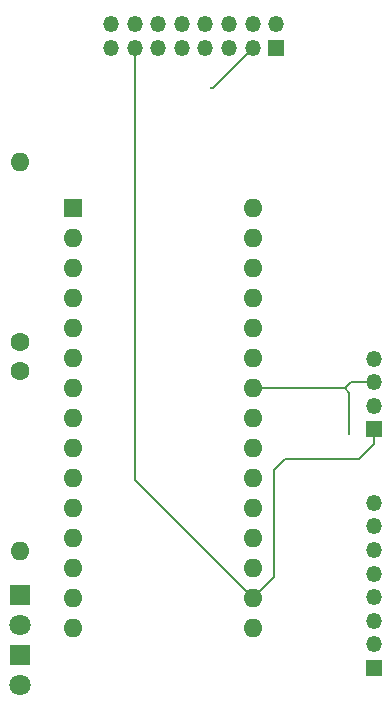
<source format=gbr>
%TF.GenerationSoftware,KiCad,Pcbnew,8.0.8*%
%TF.CreationDate,2025-01-20T00:36:11+01:00*%
%TF.ProjectId,NANO_MPU_SD,4e414e4f-5f4d-4505-955f-53442e6b6963,rev?*%
%TF.SameCoordinates,Original*%
%TF.FileFunction,Copper,L2,Inr*%
%TF.FilePolarity,Positive*%
%FSLAX46Y46*%
G04 Gerber Fmt 4.6, Leading zero omitted, Abs format (unit mm)*
G04 Created by KiCad (PCBNEW 8.0.8) date 2025-01-20 00:36:11*
%MOMM*%
%LPD*%
G01*
G04 APERTURE LIST*
%TA.AperFunction,ComponentPad*%
%ADD10C,1.600000*%
%TD*%
%TA.AperFunction,ComponentPad*%
%ADD11O,1.600000X1.600000*%
%TD*%
%TA.AperFunction,ComponentPad*%
%ADD12R,1.800000X1.800000*%
%TD*%
%TA.AperFunction,ComponentPad*%
%ADD13C,1.800000*%
%TD*%
%TA.AperFunction,ComponentPad*%
%ADD14R,1.350000X1.350000*%
%TD*%
%TA.AperFunction,ComponentPad*%
%ADD15O,1.350000X1.350000*%
%TD*%
%TA.AperFunction,ComponentPad*%
%ADD16R,1.600000X1.600000*%
%TD*%
%TA.AperFunction,ViaPad*%
%ADD17C,0.300000*%
%TD*%
%TA.AperFunction,Conductor*%
%ADD18C,0.200000*%
%TD*%
G04 APERTURE END LIST*
D10*
%TO.N,Net-(A1-D5)*%
%TO.C,R2*%
X53100000Y-81460000D03*
D11*
%TO.N,Net-(D1-A)*%
X53100000Y-96700000D03*
%TD*%
D12*
%TO.N,GND*%
%TO.C,D2*%
X53100000Y-105530000D03*
D13*
%TO.N,Net-(D2-A)*%
X53100000Y-108070000D03*
%TD*%
D14*
%TO.N,GND*%
%TO.C,J2*%
X74800000Y-54100000D03*
D15*
X74800000Y-52100000D03*
%TO.N,Net-(A1-D12)*%
X72800000Y-54100000D03*
X72800000Y-52100000D03*
%TO.N,Net-(A1-D13)*%
X70800000Y-54100000D03*
X70800000Y-52100000D03*
%TO.N,Net-(A1-D11)*%
X68800000Y-54100000D03*
X68800000Y-52100000D03*
%TO.N,Net-(A1-D10)*%
X66800000Y-54100000D03*
X66800000Y-52100000D03*
%TO.N,+5V*%
X64800000Y-54100000D03*
X64800000Y-52100000D03*
%TO.N,+3.3V*%
X62800000Y-54100000D03*
X62800000Y-52100000D03*
%TO.N,GND*%
X60800000Y-54100000D03*
X60800000Y-52100000D03*
%TD*%
D16*
%TO.N,unconnected-(A1-D1{slash}TX-Pad1)*%
%TO.C,A1*%
X57560000Y-67660000D03*
D11*
%TO.N,unconnected-(A1-D0{slash}RX-Pad2)*%
X57560000Y-70200000D03*
%TO.N,unconnected-(A1-~{RESET}-Pad3)*%
X57560000Y-72740000D03*
%TO.N,GND*%
X57560000Y-75280000D03*
%TO.N,unconnected-(A1-D2-Pad5)*%
X57560000Y-77820000D03*
%TO.N,Net-(A1-D3)*%
X57560000Y-80360000D03*
%TO.N,unconnected-(A1-D4-Pad7)*%
X57560000Y-82900000D03*
%TO.N,Net-(A1-D5)*%
X57560000Y-85440000D03*
%TO.N,unconnected-(A1-D6-Pad9)*%
X57560000Y-87980000D03*
%TO.N,unconnected-(A1-D7-Pad10)*%
X57560000Y-90520000D03*
%TO.N,unconnected-(A1-D8-Pad11)*%
X57560000Y-93060000D03*
%TO.N,unconnected-(A1-D9-Pad12)*%
X57560000Y-95600000D03*
%TO.N,Net-(A1-D10)*%
X57560000Y-98140000D03*
%TO.N,Net-(A1-D11)*%
X57560000Y-100680000D03*
%TO.N,Net-(A1-D12)*%
X57560000Y-103220000D03*
%TO.N,Net-(A1-D13)*%
X72800000Y-103220000D03*
%TO.N,+3.3V*%
X72800000Y-100680000D03*
%TO.N,unconnected-(A1-AREF-Pad18)*%
X72800000Y-98140000D03*
%TO.N,unconnected-(A1-A0-Pad19)*%
X72800000Y-95600000D03*
%TO.N,unconnected-(A1-A1-Pad20)*%
X72800000Y-93060000D03*
%TO.N,unconnected-(A1-A2-Pad21)*%
X72800000Y-90520000D03*
%TO.N,unconnected-(A1-A3-Pad22)*%
X72800000Y-87980000D03*
%TO.N,Net-(A1-A4)*%
X72800000Y-85440000D03*
%TO.N,Net-(A1-A5)*%
X72800000Y-82900000D03*
%TO.N,unconnected-(A1-A6-Pad25)*%
X72800000Y-80360000D03*
%TO.N,unconnected-(A1-A7-Pad26)*%
X72800000Y-77820000D03*
%TO.N,+5V*%
X72800000Y-75280000D03*
%TO.N,unconnected-(A1-~{RESET}-Pad28)*%
X72800000Y-72740000D03*
%TO.N,unconnected-(A1-GND-Pad29)*%
X72800000Y-70200000D03*
%TO.N,unconnected-(A1-VIN-Pad30)*%
X72800000Y-67660000D03*
%TD*%
D14*
%TO.N,+3.3V*%
%TO.C,J3*%
X83100000Y-86400000D03*
D15*
%TO.N,GND*%
X83100000Y-84400000D03*
%TO.N,Net-(A1-A5)*%
X83100000Y-82400000D03*
%TO.N,Net-(A1-A4)*%
X83100000Y-80400000D03*
%TD*%
D12*
%TO.N,GND*%
%TO.C,D1*%
X53100000Y-100460000D03*
D13*
%TO.N,Net-(D1-A)*%
X53100000Y-103000000D03*
%TD*%
D14*
%TO.N,+3.3V*%
%TO.C,J1*%
X83100000Y-106600000D03*
D15*
%TO.N,GND*%
X83100000Y-104600000D03*
%TO.N,Net-(A1-A5)*%
X83100000Y-102600000D03*
%TO.N,Net-(A1-A4)*%
X83100000Y-100600000D03*
%TO.N,unconnected-(J1-Pin_5-Pad5)*%
X83100000Y-98600000D03*
%TO.N,unconnected-(J1-Pin_6-Pad6)*%
X83100000Y-96600000D03*
%TO.N,unconnected-(J1-Pin_7-Pad7)*%
X83100000Y-94600000D03*
%TO.N,unconnected-(J1-Pin_8-Pad8)*%
X83100000Y-92600000D03*
%TD*%
D10*
%TO.N,Net-(D2-A)*%
%TO.C,R1*%
X53100000Y-79000000D03*
D11*
%TO.N,Net-(A1-D3)*%
X53100000Y-63760000D03*
%TD*%
D17*
%TO.N,Net-(A1-A5)*%
X81000000Y-86800000D03*
%TO.N,Net-(A1-D12)*%
X69300000Y-57486930D03*
%TD*%
D18*
%TO.N,+3.3V*%
X83100000Y-87600000D02*
X81800000Y-88900000D01*
X81800000Y-88900000D02*
X75500000Y-88900000D01*
X62800000Y-54100000D02*
X62800000Y-90680000D01*
X74600000Y-98880000D02*
X74600000Y-89800000D01*
X62800000Y-90680000D02*
X72800000Y-100680000D01*
X72800000Y-100680000D02*
X74600000Y-98880000D01*
X83100000Y-86400000D02*
X83100000Y-87600000D01*
X75500000Y-88900000D02*
X74600000Y-89800000D01*
%TO.N,Net-(A1-A5)*%
X81100000Y-82400000D02*
X80600000Y-82900000D01*
X80600000Y-82900000D02*
X72800000Y-82900000D01*
X83100000Y-82400000D02*
X81100000Y-82400000D01*
X81000000Y-83300000D02*
X80600000Y-82900000D01*
X81000000Y-86800000D02*
X81000000Y-83300000D01*
%TO.N,Net-(A1-D12)*%
X72800000Y-54100000D02*
X69413070Y-57486930D01*
X69413070Y-57486930D02*
X69300000Y-57486930D01*
X69779418Y-57120582D02*
X72800000Y-54100000D01*
%TD*%
M02*

</source>
